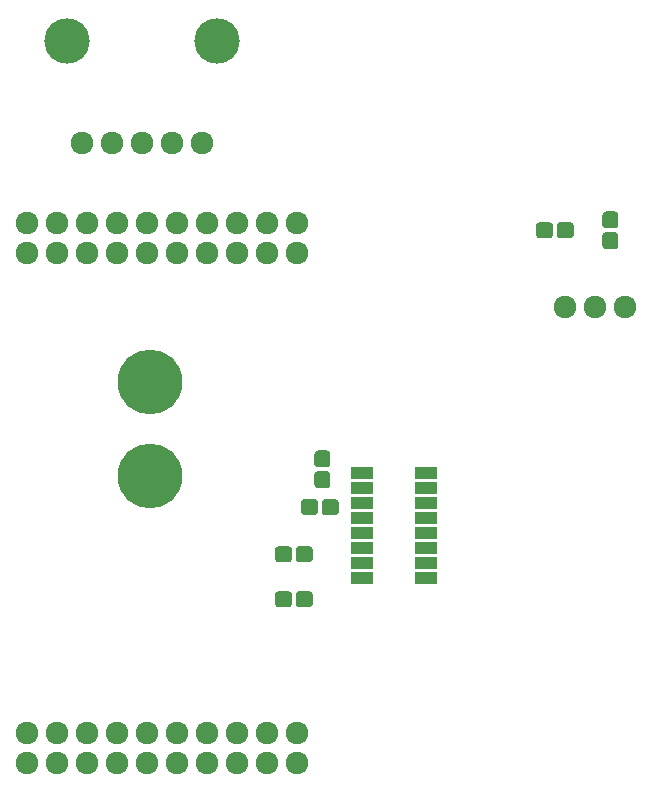
<source format=gbr>
G04 #@! TF.GenerationSoftware,KiCad,Pcbnew,(5.0.0)*
G04 #@! TF.CreationDate,2018-10-11T10:24:37-05:00*
G04 #@! TF.ProjectId,DriveBoard_Hardware,4472697665426F6172645F4861726477,rev?*
G04 #@! TF.SameCoordinates,Original*
G04 #@! TF.FileFunction,Soldermask,Top*
G04 #@! TF.FilePolarity,Negative*
%FSLAX46Y46*%
G04 Gerber Fmt 4.6, Leading zero omitted, Abs format (unit mm)*
G04 Created by KiCad (PCBNEW (5.0.0)) date 10/11/18 10:24:37*
%MOMM*%
%LPD*%
G01*
G04 APERTURE LIST*
%ADD10C,0.100000*%
%ADD11C,1.350000*%
%ADD12C,5.480000*%
%ADD13C,1.924000*%
%ADD14C,3.850000*%
%ADD15C,1.920000*%
%ADD16R,1.900000X1.000000*%
G04 APERTURE END LIST*
D10*
G04 #@! TO.C,C1*
G36*
X99303581Y-93282025D02*
X99336343Y-93286885D01*
X99368471Y-93294933D01*
X99399656Y-93306091D01*
X99429596Y-93320252D01*
X99458005Y-93337279D01*
X99484608Y-93357009D01*
X99509149Y-93379251D01*
X99531391Y-93403792D01*
X99551121Y-93430395D01*
X99568148Y-93458804D01*
X99582309Y-93488744D01*
X99593467Y-93519929D01*
X99601515Y-93552057D01*
X99606375Y-93584819D01*
X99608000Y-93617900D01*
X99608000Y-94392900D01*
X99606375Y-94425981D01*
X99601515Y-94458743D01*
X99593467Y-94490871D01*
X99582309Y-94522056D01*
X99568148Y-94551996D01*
X99551121Y-94580405D01*
X99531391Y-94607008D01*
X99509149Y-94631549D01*
X99484608Y-94653791D01*
X99458005Y-94673521D01*
X99429596Y-94690548D01*
X99399656Y-94704709D01*
X99368471Y-94715867D01*
X99336343Y-94723915D01*
X99303581Y-94728775D01*
X99270500Y-94730400D01*
X98595500Y-94730400D01*
X98562419Y-94728775D01*
X98529657Y-94723915D01*
X98497529Y-94715867D01*
X98466344Y-94704709D01*
X98436404Y-94690548D01*
X98407995Y-94673521D01*
X98381392Y-94653791D01*
X98356851Y-94631549D01*
X98334609Y-94607008D01*
X98314879Y-94580405D01*
X98297852Y-94551996D01*
X98283691Y-94522056D01*
X98272533Y-94490871D01*
X98264485Y-94458743D01*
X98259625Y-94425981D01*
X98258000Y-94392900D01*
X98258000Y-93617900D01*
X98259625Y-93584819D01*
X98264485Y-93552057D01*
X98272533Y-93519929D01*
X98283691Y-93488744D01*
X98297852Y-93458804D01*
X98314879Y-93430395D01*
X98334609Y-93403792D01*
X98356851Y-93379251D01*
X98381392Y-93357009D01*
X98407995Y-93337279D01*
X98436404Y-93320252D01*
X98466344Y-93306091D01*
X98497529Y-93294933D01*
X98529657Y-93286885D01*
X98562419Y-93282025D01*
X98595500Y-93280400D01*
X99270500Y-93280400D01*
X99303581Y-93282025D01*
X99303581Y-93282025D01*
G37*
D11*
X98933000Y-94005400D03*
D10*
G36*
X99303581Y-91532025D02*
X99336343Y-91536885D01*
X99368471Y-91544933D01*
X99399656Y-91556091D01*
X99429596Y-91570252D01*
X99458005Y-91587279D01*
X99484608Y-91607009D01*
X99509149Y-91629251D01*
X99531391Y-91653792D01*
X99551121Y-91680395D01*
X99568148Y-91708804D01*
X99582309Y-91738744D01*
X99593467Y-91769929D01*
X99601515Y-91802057D01*
X99606375Y-91834819D01*
X99608000Y-91867900D01*
X99608000Y-92642900D01*
X99606375Y-92675981D01*
X99601515Y-92708743D01*
X99593467Y-92740871D01*
X99582309Y-92772056D01*
X99568148Y-92801996D01*
X99551121Y-92830405D01*
X99531391Y-92857008D01*
X99509149Y-92881549D01*
X99484608Y-92903791D01*
X99458005Y-92923521D01*
X99429596Y-92940548D01*
X99399656Y-92954709D01*
X99368471Y-92965867D01*
X99336343Y-92973915D01*
X99303581Y-92978775D01*
X99270500Y-92980400D01*
X98595500Y-92980400D01*
X98562419Y-92978775D01*
X98529657Y-92973915D01*
X98497529Y-92965867D01*
X98466344Y-92954709D01*
X98436404Y-92940548D01*
X98407995Y-92923521D01*
X98381392Y-92903791D01*
X98356851Y-92881549D01*
X98334609Y-92857008D01*
X98314879Y-92830405D01*
X98297852Y-92801996D01*
X98283691Y-92772056D01*
X98272533Y-92740871D01*
X98264485Y-92708743D01*
X98259625Y-92675981D01*
X98258000Y-92642900D01*
X98258000Y-91867900D01*
X98259625Y-91834819D01*
X98264485Y-91802057D01*
X98272533Y-91769929D01*
X98283691Y-91738744D01*
X98297852Y-91708804D01*
X98314879Y-91680395D01*
X98334609Y-91653792D01*
X98356851Y-91629251D01*
X98381392Y-91607009D01*
X98407995Y-91587279D01*
X98436404Y-91570252D01*
X98466344Y-91556091D01*
X98497529Y-91544933D01*
X98529657Y-91536885D01*
X98562419Y-91532025D01*
X98595500Y-91530400D01*
X99270500Y-91530400D01*
X99303581Y-91532025D01*
X99303581Y-91532025D01*
G37*
D11*
X98933000Y-92255400D03*
G04 #@! TD*
D10*
G04 #@! TO.C,C2*
G36*
X97815581Y-103466625D02*
X97848343Y-103471485D01*
X97880471Y-103479533D01*
X97911656Y-103490691D01*
X97941596Y-103504852D01*
X97970005Y-103521879D01*
X97996608Y-103541609D01*
X98021149Y-103563851D01*
X98043391Y-103588392D01*
X98063121Y-103614995D01*
X98080148Y-103643404D01*
X98094309Y-103673344D01*
X98105467Y-103704529D01*
X98113515Y-103736657D01*
X98118375Y-103769419D01*
X98120000Y-103802500D01*
X98120000Y-104477500D01*
X98118375Y-104510581D01*
X98113515Y-104543343D01*
X98105467Y-104575471D01*
X98094309Y-104606656D01*
X98080148Y-104636596D01*
X98063121Y-104665005D01*
X98043391Y-104691608D01*
X98021149Y-104716149D01*
X97996608Y-104738391D01*
X97970005Y-104758121D01*
X97941596Y-104775148D01*
X97911656Y-104789309D01*
X97880471Y-104800467D01*
X97848343Y-104808515D01*
X97815581Y-104813375D01*
X97782500Y-104815000D01*
X97007500Y-104815000D01*
X96974419Y-104813375D01*
X96941657Y-104808515D01*
X96909529Y-104800467D01*
X96878344Y-104789309D01*
X96848404Y-104775148D01*
X96819995Y-104758121D01*
X96793392Y-104738391D01*
X96768851Y-104716149D01*
X96746609Y-104691608D01*
X96726879Y-104665005D01*
X96709852Y-104636596D01*
X96695691Y-104606656D01*
X96684533Y-104575471D01*
X96676485Y-104543343D01*
X96671625Y-104510581D01*
X96670000Y-104477500D01*
X96670000Y-103802500D01*
X96671625Y-103769419D01*
X96676485Y-103736657D01*
X96684533Y-103704529D01*
X96695691Y-103673344D01*
X96709852Y-103643404D01*
X96726879Y-103614995D01*
X96746609Y-103588392D01*
X96768851Y-103563851D01*
X96793392Y-103541609D01*
X96819995Y-103521879D01*
X96848404Y-103504852D01*
X96878344Y-103490691D01*
X96909529Y-103479533D01*
X96941657Y-103471485D01*
X96974419Y-103466625D01*
X97007500Y-103465000D01*
X97782500Y-103465000D01*
X97815581Y-103466625D01*
X97815581Y-103466625D01*
G37*
D11*
X97395000Y-104140000D03*
D10*
G36*
X96065581Y-103466625D02*
X96098343Y-103471485D01*
X96130471Y-103479533D01*
X96161656Y-103490691D01*
X96191596Y-103504852D01*
X96220005Y-103521879D01*
X96246608Y-103541609D01*
X96271149Y-103563851D01*
X96293391Y-103588392D01*
X96313121Y-103614995D01*
X96330148Y-103643404D01*
X96344309Y-103673344D01*
X96355467Y-103704529D01*
X96363515Y-103736657D01*
X96368375Y-103769419D01*
X96370000Y-103802500D01*
X96370000Y-104477500D01*
X96368375Y-104510581D01*
X96363515Y-104543343D01*
X96355467Y-104575471D01*
X96344309Y-104606656D01*
X96330148Y-104636596D01*
X96313121Y-104665005D01*
X96293391Y-104691608D01*
X96271149Y-104716149D01*
X96246608Y-104738391D01*
X96220005Y-104758121D01*
X96191596Y-104775148D01*
X96161656Y-104789309D01*
X96130471Y-104800467D01*
X96098343Y-104808515D01*
X96065581Y-104813375D01*
X96032500Y-104815000D01*
X95257500Y-104815000D01*
X95224419Y-104813375D01*
X95191657Y-104808515D01*
X95159529Y-104800467D01*
X95128344Y-104789309D01*
X95098404Y-104775148D01*
X95069995Y-104758121D01*
X95043392Y-104738391D01*
X95018851Y-104716149D01*
X94996609Y-104691608D01*
X94976879Y-104665005D01*
X94959852Y-104636596D01*
X94945691Y-104606656D01*
X94934533Y-104575471D01*
X94926485Y-104543343D01*
X94921625Y-104510581D01*
X94920000Y-104477500D01*
X94920000Y-103802500D01*
X94921625Y-103769419D01*
X94926485Y-103736657D01*
X94934533Y-103704529D01*
X94945691Y-103673344D01*
X94959852Y-103643404D01*
X94976879Y-103614995D01*
X94996609Y-103588392D01*
X95018851Y-103563851D01*
X95043392Y-103541609D01*
X95069995Y-103521879D01*
X95098404Y-103504852D01*
X95128344Y-103490691D01*
X95159529Y-103479533D01*
X95191657Y-103471485D01*
X95224419Y-103466625D01*
X95257500Y-103465000D01*
X96032500Y-103465000D01*
X96065581Y-103466625D01*
X96065581Y-103466625D01*
G37*
D11*
X95645000Y-104140000D03*
G04 #@! TD*
D10*
G04 #@! TO.C,C3*
G36*
X118163581Y-72224625D02*
X118196343Y-72229485D01*
X118228471Y-72237533D01*
X118259656Y-72248691D01*
X118289596Y-72262852D01*
X118318005Y-72279879D01*
X118344608Y-72299609D01*
X118369149Y-72321851D01*
X118391391Y-72346392D01*
X118411121Y-72372995D01*
X118428148Y-72401404D01*
X118442309Y-72431344D01*
X118453467Y-72462529D01*
X118461515Y-72494657D01*
X118466375Y-72527419D01*
X118468000Y-72560500D01*
X118468000Y-73235500D01*
X118466375Y-73268581D01*
X118461515Y-73301343D01*
X118453467Y-73333471D01*
X118442309Y-73364656D01*
X118428148Y-73394596D01*
X118411121Y-73423005D01*
X118391391Y-73449608D01*
X118369149Y-73474149D01*
X118344608Y-73496391D01*
X118318005Y-73516121D01*
X118289596Y-73533148D01*
X118259656Y-73547309D01*
X118228471Y-73558467D01*
X118196343Y-73566515D01*
X118163581Y-73571375D01*
X118130500Y-73573000D01*
X117355500Y-73573000D01*
X117322419Y-73571375D01*
X117289657Y-73566515D01*
X117257529Y-73558467D01*
X117226344Y-73547309D01*
X117196404Y-73533148D01*
X117167995Y-73516121D01*
X117141392Y-73496391D01*
X117116851Y-73474149D01*
X117094609Y-73449608D01*
X117074879Y-73423005D01*
X117057852Y-73394596D01*
X117043691Y-73364656D01*
X117032533Y-73333471D01*
X117024485Y-73301343D01*
X117019625Y-73268581D01*
X117018000Y-73235500D01*
X117018000Y-72560500D01*
X117019625Y-72527419D01*
X117024485Y-72494657D01*
X117032533Y-72462529D01*
X117043691Y-72431344D01*
X117057852Y-72401404D01*
X117074879Y-72372995D01*
X117094609Y-72346392D01*
X117116851Y-72321851D01*
X117141392Y-72299609D01*
X117167995Y-72279879D01*
X117196404Y-72262852D01*
X117226344Y-72248691D01*
X117257529Y-72237533D01*
X117289657Y-72229485D01*
X117322419Y-72224625D01*
X117355500Y-72223000D01*
X118130500Y-72223000D01*
X118163581Y-72224625D01*
X118163581Y-72224625D01*
G37*
D11*
X117743000Y-72898000D03*
D10*
G36*
X119913581Y-72224625D02*
X119946343Y-72229485D01*
X119978471Y-72237533D01*
X120009656Y-72248691D01*
X120039596Y-72262852D01*
X120068005Y-72279879D01*
X120094608Y-72299609D01*
X120119149Y-72321851D01*
X120141391Y-72346392D01*
X120161121Y-72372995D01*
X120178148Y-72401404D01*
X120192309Y-72431344D01*
X120203467Y-72462529D01*
X120211515Y-72494657D01*
X120216375Y-72527419D01*
X120218000Y-72560500D01*
X120218000Y-73235500D01*
X120216375Y-73268581D01*
X120211515Y-73301343D01*
X120203467Y-73333471D01*
X120192309Y-73364656D01*
X120178148Y-73394596D01*
X120161121Y-73423005D01*
X120141391Y-73449608D01*
X120119149Y-73474149D01*
X120094608Y-73496391D01*
X120068005Y-73516121D01*
X120039596Y-73533148D01*
X120009656Y-73547309D01*
X119978471Y-73558467D01*
X119946343Y-73566515D01*
X119913581Y-73571375D01*
X119880500Y-73573000D01*
X119105500Y-73573000D01*
X119072419Y-73571375D01*
X119039657Y-73566515D01*
X119007529Y-73558467D01*
X118976344Y-73547309D01*
X118946404Y-73533148D01*
X118917995Y-73516121D01*
X118891392Y-73496391D01*
X118866851Y-73474149D01*
X118844609Y-73449608D01*
X118824879Y-73423005D01*
X118807852Y-73394596D01*
X118793691Y-73364656D01*
X118782533Y-73333471D01*
X118774485Y-73301343D01*
X118769625Y-73268581D01*
X118768000Y-73235500D01*
X118768000Y-72560500D01*
X118769625Y-72527419D01*
X118774485Y-72494657D01*
X118782533Y-72462529D01*
X118793691Y-72431344D01*
X118807852Y-72401404D01*
X118824879Y-72372995D01*
X118844609Y-72346392D01*
X118866851Y-72321851D01*
X118891392Y-72299609D01*
X118917995Y-72279879D01*
X118946404Y-72262852D01*
X118976344Y-72248691D01*
X119007529Y-72237533D01*
X119039657Y-72229485D01*
X119072419Y-72224625D01*
X119105500Y-72223000D01*
X119880500Y-72223000D01*
X119913581Y-72224625D01*
X119913581Y-72224625D01*
G37*
D11*
X119493000Y-72898000D03*
G04 #@! TD*
D10*
G04 #@! TO.C,C4*
G36*
X98263981Y-95668825D02*
X98296743Y-95673685D01*
X98328871Y-95681733D01*
X98360056Y-95692891D01*
X98389996Y-95707052D01*
X98418405Y-95724079D01*
X98445008Y-95743809D01*
X98469549Y-95766051D01*
X98491791Y-95790592D01*
X98511521Y-95817195D01*
X98528548Y-95845604D01*
X98542709Y-95875544D01*
X98553867Y-95906729D01*
X98561915Y-95938857D01*
X98566775Y-95971619D01*
X98568400Y-96004700D01*
X98568400Y-96679700D01*
X98566775Y-96712781D01*
X98561915Y-96745543D01*
X98553867Y-96777671D01*
X98542709Y-96808856D01*
X98528548Y-96838796D01*
X98511521Y-96867205D01*
X98491791Y-96893808D01*
X98469549Y-96918349D01*
X98445008Y-96940591D01*
X98418405Y-96960321D01*
X98389996Y-96977348D01*
X98360056Y-96991509D01*
X98328871Y-97002667D01*
X98296743Y-97010715D01*
X98263981Y-97015575D01*
X98230900Y-97017200D01*
X97455900Y-97017200D01*
X97422819Y-97015575D01*
X97390057Y-97010715D01*
X97357929Y-97002667D01*
X97326744Y-96991509D01*
X97296804Y-96977348D01*
X97268395Y-96960321D01*
X97241792Y-96940591D01*
X97217251Y-96918349D01*
X97195009Y-96893808D01*
X97175279Y-96867205D01*
X97158252Y-96838796D01*
X97144091Y-96808856D01*
X97132933Y-96777671D01*
X97124885Y-96745543D01*
X97120025Y-96712781D01*
X97118400Y-96679700D01*
X97118400Y-96004700D01*
X97120025Y-95971619D01*
X97124885Y-95938857D01*
X97132933Y-95906729D01*
X97144091Y-95875544D01*
X97158252Y-95845604D01*
X97175279Y-95817195D01*
X97195009Y-95790592D01*
X97217251Y-95766051D01*
X97241792Y-95743809D01*
X97268395Y-95724079D01*
X97296804Y-95707052D01*
X97326744Y-95692891D01*
X97357929Y-95681733D01*
X97390057Y-95673685D01*
X97422819Y-95668825D01*
X97455900Y-95667200D01*
X98230900Y-95667200D01*
X98263981Y-95668825D01*
X98263981Y-95668825D01*
G37*
D11*
X97843400Y-96342200D03*
D10*
G36*
X100013981Y-95668825D02*
X100046743Y-95673685D01*
X100078871Y-95681733D01*
X100110056Y-95692891D01*
X100139996Y-95707052D01*
X100168405Y-95724079D01*
X100195008Y-95743809D01*
X100219549Y-95766051D01*
X100241791Y-95790592D01*
X100261521Y-95817195D01*
X100278548Y-95845604D01*
X100292709Y-95875544D01*
X100303867Y-95906729D01*
X100311915Y-95938857D01*
X100316775Y-95971619D01*
X100318400Y-96004700D01*
X100318400Y-96679700D01*
X100316775Y-96712781D01*
X100311915Y-96745543D01*
X100303867Y-96777671D01*
X100292709Y-96808856D01*
X100278548Y-96838796D01*
X100261521Y-96867205D01*
X100241791Y-96893808D01*
X100219549Y-96918349D01*
X100195008Y-96940591D01*
X100168405Y-96960321D01*
X100139996Y-96977348D01*
X100110056Y-96991509D01*
X100078871Y-97002667D01*
X100046743Y-97010715D01*
X100013981Y-97015575D01*
X99980900Y-97017200D01*
X99205900Y-97017200D01*
X99172819Y-97015575D01*
X99140057Y-97010715D01*
X99107929Y-97002667D01*
X99076744Y-96991509D01*
X99046804Y-96977348D01*
X99018395Y-96960321D01*
X98991792Y-96940591D01*
X98967251Y-96918349D01*
X98945009Y-96893808D01*
X98925279Y-96867205D01*
X98908252Y-96838796D01*
X98894091Y-96808856D01*
X98882933Y-96777671D01*
X98874885Y-96745543D01*
X98870025Y-96712781D01*
X98868400Y-96679700D01*
X98868400Y-96004700D01*
X98870025Y-95971619D01*
X98874885Y-95938857D01*
X98882933Y-95906729D01*
X98894091Y-95875544D01*
X98908252Y-95845604D01*
X98925279Y-95817195D01*
X98945009Y-95790592D01*
X98967251Y-95766051D01*
X98991792Y-95743809D01*
X99018395Y-95724079D01*
X99046804Y-95707052D01*
X99076744Y-95692891D01*
X99107929Y-95681733D01*
X99140057Y-95673685D01*
X99172819Y-95668825D01*
X99205900Y-95667200D01*
X99980900Y-95667200D01*
X100013981Y-95668825D01*
X100013981Y-95668825D01*
G37*
D11*
X99593400Y-96342200D03*
G04 #@! TD*
D10*
G04 #@! TO.C,C5*
G36*
X97815581Y-99656625D02*
X97848343Y-99661485D01*
X97880471Y-99669533D01*
X97911656Y-99680691D01*
X97941596Y-99694852D01*
X97970005Y-99711879D01*
X97996608Y-99731609D01*
X98021149Y-99753851D01*
X98043391Y-99778392D01*
X98063121Y-99804995D01*
X98080148Y-99833404D01*
X98094309Y-99863344D01*
X98105467Y-99894529D01*
X98113515Y-99926657D01*
X98118375Y-99959419D01*
X98120000Y-99992500D01*
X98120000Y-100667500D01*
X98118375Y-100700581D01*
X98113515Y-100733343D01*
X98105467Y-100765471D01*
X98094309Y-100796656D01*
X98080148Y-100826596D01*
X98063121Y-100855005D01*
X98043391Y-100881608D01*
X98021149Y-100906149D01*
X97996608Y-100928391D01*
X97970005Y-100948121D01*
X97941596Y-100965148D01*
X97911656Y-100979309D01*
X97880471Y-100990467D01*
X97848343Y-100998515D01*
X97815581Y-101003375D01*
X97782500Y-101005000D01*
X97007500Y-101005000D01*
X96974419Y-101003375D01*
X96941657Y-100998515D01*
X96909529Y-100990467D01*
X96878344Y-100979309D01*
X96848404Y-100965148D01*
X96819995Y-100948121D01*
X96793392Y-100928391D01*
X96768851Y-100906149D01*
X96746609Y-100881608D01*
X96726879Y-100855005D01*
X96709852Y-100826596D01*
X96695691Y-100796656D01*
X96684533Y-100765471D01*
X96676485Y-100733343D01*
X96671625Y-100700581D01*
X96670000Y-100667500D01*
X96670000Y-99992500D01*
X96671625Y-99959419D01*
X96676485Y-99926657D01*
X96684533Y-99894529D01*
X96695691Y-99863344D01*
X96709852Y-99833404D01*
X96726879Y-99804995D01*
X96746609Y-99778392D01*
X96768851Y-99753851D01*
X96793392Y-99731609D01*
X96819995Y-99711879D01*
X96848404Y-99694852D01*
X96878344Y-99680691D01*
X96909529Y-99669533D01*
X96941657Y-99661485D01*
X96974419Y-99656625D01*
X97007500Y-99655000D01*
X97782500Y-99655000D01*
X97815581Y-99656625D01*
X97815581Y-99656625D01*
G37*
D11*
X97395000Y-100330000D03*
D10*
G36*
X96065581Y-99656625D02*
X96098343Y-99661485D01*
X96130471Y-99669533D01*
X96161656Y-99680691D01*
X96191596Y-99694852D01*
X96220005Y-99711879D01*
X96246608Y-99731609D01*
X96271149Y-99753851D01*
X96293391Y-99778392D01*
X96313121Y-99804995D01*
X96330148Y-99833404D01*
X96344309Y-99863344D01*
X96355467Y-99894529D01*
X96363515Y-99926657D01*
X96368375Y-99959419D01*
X96370000Y-99992500D01*
X96370000Y-100667500D01*
X96368375Y-100700581D01*
X96363515Y-100733343D01*
X96355467Y-100765471D01*
X96344309Y-100796656D01*
X96330148Y-100826596D01*
X96313121Y-100855005D01*
X96293391Y-100881608D01*
X96271149Y-100906149D01*
X96246608Y-100928391D01*
X96220005Y-100948121D01*
X96191596Y-100965148D01*
X96161656Y-100979309D01*
X96130471Y-100990467D01*
X96098343Y-100998515D01*
X96065581Y-101003375D01*
X96032500Y-101005000D01*
X95257500Y-101005000D01*
X95224419Y-101003375D01*
X95191657Y-100998515D01*
X95159529Y-100990467D01*
X95128344Y-100979309D01*
X95098404Y-100965148D01*
X95069995Y-100948121D01*
X95043392Y-100928391D01*
X95018851Y-100906149D01*
X94996609Y-100881608D01*
X94976879Y-100855005D01*
X94959852Y-100826596D01*
X94945691Y-100796656D01*
X94934533Y-100765471D01*
X94926485Y-100733343D01*
X94921625Y-100700581D01*
X94920000Y-100667500D01*
X94920000Y-99992500D01*
X94921625Y-99959419D01*
X94926485Y-99926657D01*
X94934533Y-99894529D01*
X94945691Y-99863344D01*
X94959852Y-99833404D01*
X94976879Y-99804995D01*
X94996609Y-99778392D01*
X95018851Y-99753851D01*
X95043392Y-99731609D01*
X95069995Y-99711879D01*
X95098404Y-99694852D01*
X95128344Y-99680691D01*
X95159529Y-99669533D01*
X95191657Y-99661485D01*
X95224419Y-99656625D01*
X95257500Y-99655000D01*
X96032500Y-99655000D01*
X96065581Y-99656625D01*
X96065581Y-99656625D01*
G37*
D11*
X95645000Y-100330000D03*
G04 #@! TD*
D10*
G04 #@! TO.C,C6*
G36*
X123687581Y-71299625D02*
X123720343Y-71304485D01*
X123752471Y-71312533D01*
X123783656Y-71323691D01*
X123813596Y-71337852D01*
X123842005Y-71354879D01*
X123868608Y-71374609D01*
X123893149Y-71396851D01*
X123915391Y-71421392D01*
X123935121Y-71447995D01*
X123952148Y-71476404D01*
X123966309Y-71506344D01*
X123977467Y-71537529D01*
X123985515Y-71569657D01*
X123990375Y-71602419D01*
X123992000Y-71635500D01*
X123992000Y-72410500D01*
X123990375Y-72443581D01*
X123985515Y-72476343D01*
X123977467Y-72508471D01*
X123966309Y-72539656D01*
X123952148Y-72569596D01*
X123935121Y-72598005D01*
X123915391Y-72624608D01*
X123893149Y-72649149D01*
X123868608Y-72671391D01*
X123842005Y-72691121D01*
X123813596Y-72708148D01*
X123783656Y-72722309D01*
X123752471Y-72733467D01*
X123720343Y-72741515D01*
X123687581Y-72746375D01*
X123654500Y-72748000D01*
X122979500Y-72748000D01*
X122946419Y-72746375D01*
X122913657Y-72741515D01*
X122881529Y-72733467D01*
X122850344Y-72722309D01*
X122820404Y-72708148D01*
X122791995Y-72691121D01*
X122765392Y-72671391D01*
X122740851Y-72649149D01*
X122718609Y-72624608D01*
X122698879Y-72598005D01*
X122681852Y-72569596D01*
X122667691Y-72539656D01*
X122656533Y-72508471D01*
X122648485Y-72476343D01*
X122643625Y-72443581D01*
X122642000Y-72410500D01*
X122642000Y-71635500D01*
X122643625Y-71602419D01*
X122648485Y-71569657D01*
X122656533Y-71537529D01*
X122667691Y-71506344D01*
X122681852Y-71476404D01*
X122698879Y-71447995D01*
X122718609Y-71421392D01*
X122740851Y-71396851D01*
X122765392Y-71374609D01*
X122791995Y-71354879D01*
X122820404Y-71337852D01*
X122850344Y-71323691D01*
X122881529Y-71312533D01*
X122913657Y-71304485D01*
X122946419Y-71299625D01*
X122979500Y-71298000D01*
X123654500Y-71298000D01*
X123687581Y-71299625D01*
X123687581Y-71299625D01*
G37*
D11*
X123317000Y-72023000D03*
D10*
G36*
X123687581Y-73049625D02*
X123720343Y-73054485D01*
X123752471Y-73062533D01*
X123783656Y-73073691D01*
X123813596Y-73087852D01*
X123842005Y-73104879D01*
X123868608Y-73124609D01*
X123893149Y-73146851D01*
X123915391Y-73171392D01*
X123935121Y-73197995D01*
X123952148Y-73226404D01*
X123966309Y-73256344D01*
X123977467Y-73287529D01*
X123985515Y-73319657D01*
X123990375Y-73352419D01*
X123992000Y-73385500D01*
X123992000Y-74160500D01*
X123990375Y-74193581D01*
X123985515Y-74226343D01*
X123977467Y-74258471D01*
X123966309Y-74289656D01*
X123952148Y-74319596D01*
X123935121Y-74348005D01*
X123915391Y-74374608D01*
X123893149Y-74399149D01*
X123868608Y-74421391D01*
X123842005Y-74441121D01*
X123813596Y-74458148D01*
X123783656Y-74472309D01*
X123752471Y-74483467D01*
X123720343Y-74491515D01*
X123687581Y-74496375D01*
X123654500Y-74498000D01*
X122979500Y-74498000D01*
X122946419Y-74496375D01*
X122913657Y-74491515D01*
X122881529Y-74483467D01*
X122850344Y-74472309D01*
X122820404Y-74458148D01*
X122791995Y-74441121D01*
X122765392Y-74421391D01*
X122740851Y-74399149D01*
X122718609Y-74374608D01*
X122698879Y-74348005D01*
X122681852Y-74319596D01*
X122667691Y-74289656D01*
X122656533Y-74258471D01*
X122648485Y-74226343D01*
X122643625Y-74193581D01*
X122642000Y-74160500D01*
X122642000Y-73385500D01*
X122643625Y-73352419D01*
X122648485Y-73319657D01*
X122656533Y-73287529D01*
X122667691Y-73256344D01*
X122681852Y-73226404D01*
X122698879Y-73197995D01*
X122718609Y-73171392D01*
X122740851Y-73146851D01*
X122765392Y-73124609D01*
X122791995Y-73104879D01*
X122820404Y-73087852D01*
X122850344Y-73073691D01*
X122881529Y-73062533D01*
X122913657Y-73054485D01*
X122946419Y-73049625D01*
X122979500Y-73048000D01*
X123654500Y-73048000D01*
X123687581Y-73049625D01*
X123687581Y-73049625D01*
G37*
D11*
X123317000Y-73773000D03*
G04 #@! TD*
D12*
G04 #@! TO.C,Conn1*
X84353400Y-93727000D03*
X84353400Y-85726000D03*
G04 #@! TD*
D13*
G04 #@! TO.C,Conn2*
X78613000Y-65532000D03*
X81153000Y-65532000D03*
X83693000Y-65532000D03*
X86233000Y-65532000D03*
X88773000Y-65532000D03*
D14*
X77343000Y-56896000D03*
X90043000Y-56896000D03*
G04 #@! TD*
D15*
G04 #@! TO.C,U1*
X73914000Y-117983000D03*
X96774000Y-72263000D03*
X94234000Y-72263000D03*
X86614000Y-72263000D03*
X84074000Y-115443000D03*
X89154000Y-72263000D03*
X91694000Y-72263000D03*
X89154000Y-117983000D03*
X94234000Y-115443000D03*
X84074000Y-72263000D03*
X81534000Y-72263000D03*
X94234000Y-117983000D03*
X89154000Y-115443000D03*
X86614000Y-115443000D03*
X73914000Y-115443000D03*
X76454000Y-115443000D03*
X78994000Y-115443000D03*
X81534000Y-115443000D03*
X91694000Y-115443000D03*
X96774000Y-115443000D03*
X76454000Y-117983000D03*
X78994000Y-117983000D03*
X81534000Y-117983000D03*
X84074000Y-117983000D03*
X86614000Y-117983000D03*
X91694000Y-117983000D03*
X96774000Y-117983000D03*
X73914000Y-74803000D03*
X76454000Y-74803000D03*
X78994000Y-74803000D03*
X81534000Y-74803000D03*
X84074000Y-74803000D03*
X86614000Y-74803000D03*
X89154000Y-74803000D03*
X91694000Y-74803000D03*
X94234000Y-74803000D03*
X96774000Y-74803000D03*
X73914000Y-72263000D03*
X76454000Y-72263000D03*
X78994000Y-72263000D03*
G04 #@! TD*
D16*
G04 #@! TO.C,U2*
X102329000Y-93472000D03*
X102329000Y-94742000D03*
X102329000Y-96012000D03*
X102329000Y-97282000D03*
X102329000Y-98552000D03*
X102329000Y-99822000D03*
X102329000Y-101092000D03*
X102329000Y-102362000D03*
X107729000Y-102362000D03*
X107729000Y-101092000D03*
X107729000Y-99822000D03*
X107729000Y-98552000D03*
X107729000Y-97282000D03*
X107729000Y-96012000D03*
X107729000Y-94742000D03*
X107729000Y-93472000D03*
G04 #@! TD*
D13*
G04 #@! TO.C,U3*
X119507000Y-79375000D03*
X122047000Y-79375000D03*
X124587000Y-79375000D03*
G04 #@! TD*
M02*

</source>
